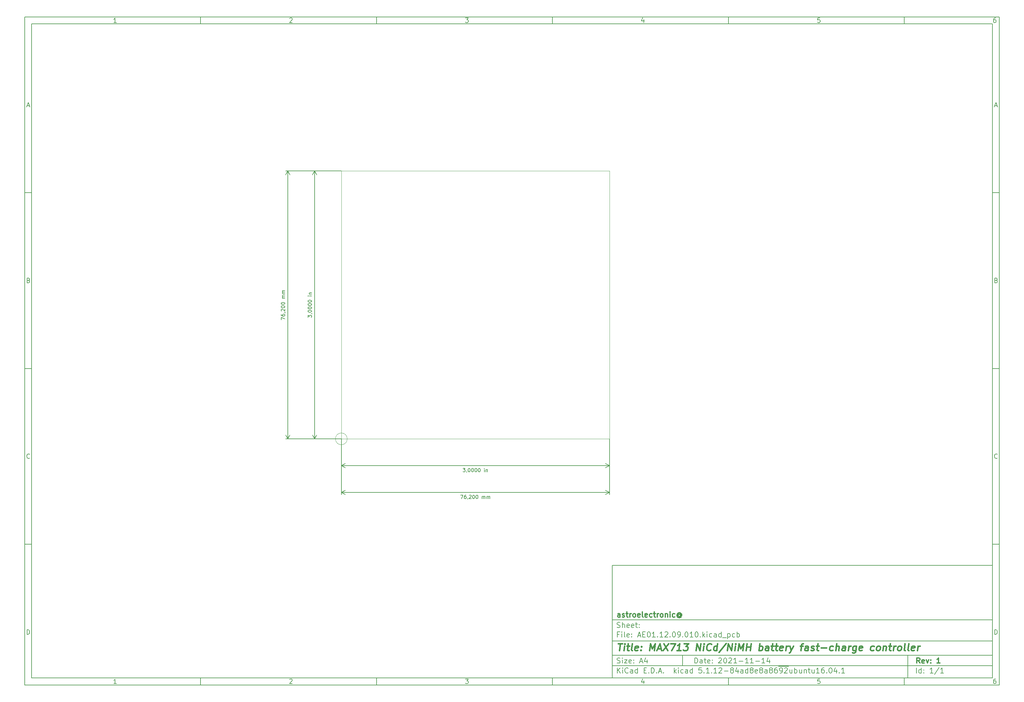
<source format=gbr>
%TF.GenerationSoftware,KiCad,Pcbnew,5.1.12-84ad8e8a86~92~ubuntu16.04.1*%
%TF.CreationDate,2021-11-14T14:14:53+01:00*%
%TF.ProjectId,AE01.12.09.010,41453031-2e31-4322-9e30-392e3031302e,1*%
%TF.SameCoordinates,Original*%
%TF.FileFunction,OtherDrawing,Comment*%
%FSLAX46Y46*%
G04 Gerber Fmt 4.6, Leading zero omitted, Abs format (unit mm)*
G04 Created by KiCad (PCBNEW 5.1.12-84ad8e8a86~92~ubuntu16.04.1) date 2021-11-14 14:14:53*
%MOMM*%
%LPD*%
G01*
G04 APERTURE LIST*
%ADD10C,0.100000*%
%ADD11C,0.150000*%
%ADD12C,0.300000*%
%ADD13C,0.400000*%
%TA.AperFunction,Profile*%
%ADD14C,0.050000*%
%TD*%
G04 APERTURE END LIST*
D10*
D11*
X177002200Y-166007200D02*
X177002200Y-198007200D01*
X285002200Y-198007200D01*
X285002200Y-166007200D01*
X177002200Y-166007200D01*
D10*
D11*
X10000000Y-10000000D02*
X10000000Y-200007200D01*
X287002200Y-200007200D01*
X287002200Y-10000000D01*
X10000000Y-10000000D01*
D10*
D11*
X12000000Y-12000000D02*
X12000000Y-198007200D01*
X285002200Y-198007200D01*
X285002200Y-12000000D01*
X12000000Y-12000000D01*
D10*
D11*
X60000000Y-12000000D02*
X60000000Y-10000000D01*
D10*
D11*
X110000000Y-12000000D02*
X110000000Y-10000000D01*
D10*
D11*
X160000000Y-12000000D02*
X160000000Y-10000000D01*
D10*
D11*
X210000000Y-12000000D02*
X210000000Y-10000000D01*
D10*
D11*
X260000000Y-12000000D02*
X260000000Y-10000000D01*
D10*
D11*
X36065476Y-11588095D02*
X35322619Y-11588095D01*
X35694047Y-11588095D02*
X35694047Y-10288095D01*
X35570238Y-10473809D01*
X35446428Y-10597619D01*
X35322619Y-10659523D01*
D10*
D11*
X85322619Y-10411904D02*
X85384523Y-10350000D01*
X85508333Y-10288095D01*
X85817857Y-10288095D01*
X85941666Y-10350000D01*
X86003571Y-10411904D01*
X86065476Y-10535714D01*
X86065476Y-10659523D01*
X86003571Y-10845238D01*
X85260714Y-11588095D01*
X86065476Y-11588095D01*
D10*
D11*
X135260714Y-10288095D02*
X136065476Y-10288095D01*
X135632142Y-10783333D01*
X135817857Y-10783333D01*
X135941666Y-10845238D01*
X136003571Y-10907142D01*
X136065476Y-11030952D01*
X136065476Y-11340476D01*
X136003571Y-11464285D01*
X135941666Y-11526190D01*
X135817857Y-11588095D01*
X135446428Y-11588095D01*
X135322619Y-11526190D01*
X135260714Y-11464285D01*
D10*
D11*
X185941666Y-10721428D02*
X185941666Y-11588095D01*
X185632142Y-10226190D02*
X185322619Y-11154761D01*
X186127380Y-11154761D01*
D10*
D11*
X236003571Y-10288095D02*
X235384523Y-10288095D01*
X235322619Y-10907142D01*
X235384523Y-10845238D01*
X235508333Y-10783333D01*
X235817857Y-10783333D01*
X235941666Y-10845238D01*
X236003571Y-10907142D01*
X236065476Y-11030952D01*
X236065476Y-11340476D01*
X236003571Y-11464285D01*
X235941666Y-11526190D01*
X235817857Y-11588095D01*
X235508333Y-11588095D01*
X235384523Y-11526190D01*
X235322619Y-11464285D01*
D10*
D11*
X285941666Y-10288095D02*
X285694047Y-10288095D01*
X285570238Y-10350000D01*
X285508333Y-10411904D01*
X285384523Y-10597619D01*
X285322619Y-10845238D01*
X285322619Y-11340476D01*
X285384523Y-11464285D01*
X285446428Y-11526190D01*
X285570238Y-11588095D01*
X285817857Y-11588095D01*
X285941666Y-11526190D01*
X286003571Y-11464285D01*
X286065476Y-11340476D01*
X286065476Y-11030952D01*
X286003571Y-10907142D01*
X285941666Y-10845238D01*
X285817857Y-10783333D01*
X285570238Y-10783333D01*
X285446428Y-10845238D01*
X285384523Y-10907142D01*
X285322619Y-11030952D01*
D10*
D11*
X60000000Y-198007200D02*
X60000000Y-200007200D01*
D10*
D11*
X110000000Y-198007200D02*
X110000000Y-200007200D01*
D10*
D11*
X160000000Y-198007200D02*
X160000000Y-200007200D01*
D10*
D11*
X210000000Y-198007200D02*
X210000000Y-200007200D01*
D10*
D11*
X260000000Y-198007200D02*
X260000000Y-200007200D01*
D10*
D11*
X36065476Y-199595295D02*
X35322619Y-199595295D01*
X35694047Y-199595295D02*
X35694047Y-198295295D01*
X35570238Y-198481009D01*
X35446428Y-198604819D01*
X35322619Y-198666723D01*
D10*
D11*
X85322619Y-198419104D02*
X85384523Y-198357200D01*
X85508333Y-198295295D01*
X85817857Y-198295295D01*
X85941666Y-198357200D01*
X86003571Y-198419104D01*
X86065476Y-198542914D01*
X86065476Y-198666723D01*
X86003571Y-198852438D01*
X85260714Y-199595295D01*
X86065476Y-199595295D01*
D10*
D11*
X135260714Y-198295295D02*
X136065476Y-198295295D01*
X135632142Y-198790533D01*
X135817857Y-198790533D01*
X135941666Y-198852438D01*
X136003571Y-198914342D01*
X136065476Y-199038152D01*
X136065476Y-199347676D01*
X136003571Y-199471485D01*
X135941666Y-199533390D01*
X135817857Y-199595295D01*
X135446428Y-199595295D01*
X135322619Y-199533390D01*
X135260714Y-199471485D01*
D10*
D11*
X185941666Y-198728628D02*
X185941666Y-199595295D01*
X185632142Y-198233390D02*
X185322619Y-199161961D01*
X186127380Y-199161961D01*
D10*
D11*
X236003571Y-198295295D02*
X235384523Y-198295295D01*
X235322619Y-198914342D01*
X235384523Y-198852438D01*
X235508333Y-198790533D01*
X235817857Y-198790533D01*
X235941666Y-198852438D01*
X236003571Y-198914342D01*
X236065476Y-199038152D01*
X236065476Y-199347676D01*
X236003571Y-199471485D01*
X235941666Y-199533390D01*
X235817857Y-199595295D01*
X235508333Y-199595295D01*
X235384523Y-199533390D01*
X235322619Y-199471485D01*
D10*
D11*
X285941666Y-198295295D02*
X285694047Y-198295295D01*
X285570238Y-198357200D01*
X285508333Y-198419104D01*
X285384523Y-198604819D01*
X285322619Y-198852438D01*
X285322619Y-199347676D01*
X285384523Y-199471485D01*
X285446428Y-199533390D01*
X285570238Y-199595295D01*
X285817857Y-199595295D01*
X285941666Y-199533390D01*
X286003571Y-199471485D01*
X286065476Y-199347676D01*
X286065476Y-199038152D01*
X286003571Y-198914342D01*
X285941666Y-198852438D01*
X285817857Y-198790533D01*
X285570238Y-198790533D01*
X285446428Y-198852438D01*
X285384523Y-198914342D01*
X285322619Y-199038152D01*
D10*
D11*
X10000000Y-60000000D02*
X12000000Y-60000000D01*
D10*
D11*
X10000000Y-110000000D02*
X12000000Y-110000000D01*
D10*
D11*
X10000000Y-160000000D02*
X12000000Y-160000000D01*
D10*
D11*
X10690476Y-35216666D02*
X11309523Y-35216666D01*
X10566666Y-35588095D02*
X11000000Y-34288095D01*
X11433333Y-35588095D01*
D10*
D11*
X11092857Y-84907142D02*
X11278571Y-84969047D01*
X11340476Y-85030952D01*
X11402380Y-85154761D01*
X11402380Y-85340476D01*
X11340476Y-85464285D01*
X11278571Y-85526190D01*
X11154761Y-85588095D01*
X10659523Y-85588095D01*
X10659523Y-84288095D01*
X11092857Y-84288095D01*
X11216666Y-84350000D01*
X11278571Y-84411904D01*
X11340476Y-84535714D01*
X11340476Y-84659523D01*
X11278571Y-84783333D01*
X11216666Y-84845238D01*
X11092857Y-84907142D01*
X10659523Y-84907142D01*
D10*
D11*
X11402380Y-135464285D02*
X11340476Y-135526190D01*
X11154761Y-135588095D01*
X11030952Y-135588095D01*
X10845238Y-135526190D01*
X10721428Y-135402380D01*
X10659523Y-135278571D01*
X10597619Y-135030952D01*
X10597619Y-134845238D01*
X10659523Y-134597619D01*
X10721428Y-134473809D01*
X10845238Y-134350000D01*
X11030952Y-134288095D01*
X11154761Y-134288095D01*
X11340476Y-134350000D01*
X11402380Y-134411904D01*
D10*
D11*
X10659523Y-185588095D02*
X10659523Y-184288095D01*
X10969047Y-184288095D01*
X11154761Y-184350000D01*
X11278571Y-184473809D01*
X11340476Y-184597619D01*
X11402380Y-184845238D01*
X11402380Y-185030952D01*
X11340476Y-185278571D01*
X11278571Y-185402380D01*
X11154761Y-185526190D01*
X10969047Y-185588095D01*
X10659523Y-185588095D01*
D10*
D11*
X287002200Y-60000000D02*
X285002200Y-60000000D01*
D10*
D11*
X287002200Y-110000000D02*
X285002200Y-110000000D01*
D10*
D11*
X287002200Y-160000000D02*
X285002200Y-160000000D01*
D10*
D11*
X285692676Y-35216666D02*
X286311723Y-35216666D01*
X285568866Y-35588095D02*
X286002200Y-34288095D01*
X286435533Y-35588095D01*
D10*
D11*
X286095057Y-84907142D02*
X286280771Y-84969047D01*
X286342676Y-85030952D01*
X286404580Y-85154761D01*
X286404580Y-85340476D01*
X286342676Y-85464285D01*
X286280771Y-85526190D01*
X286156961Y-85588095D01*
X285661723Y-85588095D01*
X285661723Y-84288095D01*
X286095057Y-84288095D01*
X286218866Y-84350000D01*
X286280771Y-84411904D01*
X286342676Y-84535714D01*
X286342676Y-84659523D01*
X286280771Y-84783333D01*
X286218866Y-84845238D01*
X286095057Y-84907142D01*
X285661723Y-84907142D01*
D10*
D11*
X286404580Y-135464285D02*
X286342676Y-135526190D01*
X286156961Y-135588095D01*
X286033152Y-135588095D01*
X285847438Y-135526190D01*
X285723628Y-135402380D01*
X285661723Y-135278571D01*
X285599819Y-135030952D01*
X285599819Y-134845238D01*
X285661723Y-134597619D01*
X285723628Y-134473809D01*
X285847438Y-134350000D01*
X286033152Y-134288095D01*
X286156961Y-134288095D01*
X286342676Y-134350000D01*
X286404580Y-134411904D01*
D10*
D11*
X285661723Y-185588095D02*
X285661723Y-184288095D01*
X285971247Y-184288095D01*
X286156961Y-184350000D01*
X286280771Y-184473809D01*
X286342676Y-184597619D01*
X286404580Y-184845238D01*
X286404580Y-185030952D01*
X286342676Y-185278571D01*
X286280771Y-185402380D01*
X286156961Y-185526190D01*
X285971247Y-185588095D01*
X285661723Y-185588095D01*
D10*
D11*
X200434342Y-193785771D02*
X200434342Y-192285771D01*
X200791485Y-192285771D01*
X201005771Y-192357200D01*
X201148628Y-192500057D01*
X201220057Y-192642914D01*
X201291485Y-192928628D01*
X201291485Y-193142914D01*
X201220057Y-193428628D01*
X201148628Y-193571485D01*
X201005771Y-193714342D01*
X200791485Y-193785771D01*
X200434342Y-193785771D01*
X202577200Y-193785771D02*
X202577200Y-193000057D01*
X202505771Y-192857200D01*
X202362914Y-192785771D01*
X202077200Y-192785771D01*
X201934342Y-192857200D01*
X202577200Y-193714342D02*
X202434342Y-193785771D01*
X202077200Y-193785771D01*
X201934342Y-193714342D01*
X201862914Y-193571485D01*
X201862914Y-193428628D01*
X201934342Y-193285771D01*
X202077200Y-193214342D01*
X202434342Y-193214342D01*
X202577200Y-193142914D01*
X203077200Y-192785771D02*
X203648628Y-192785771D01*
X203291485Y-192285771D02*
X203291485Y-193571485D01*
X203362914Y-193714342D01*
X203505771Y-193785771D01*
X203648628Y-193785771D01*
X204720057Y-193714342D02*
X204577200Y-193785771D01*
X204291485Y-193785771D01*
X204148628Y-193714342D01*
X204077200Y-193571485D01*
X204077200Y-193000057D01*
X204148628Y-192857200D01*
X204291485Y-192785771D01*
X204577200Y-192785771D01*
X204720057Y-192857200D01*
X204791485Y-193000057D01*
X204791485Y-193142914D01*
X204077200Y-193285771D01*
X205434342Y-193642914D02*
X205505771Y-193714342D01*
X205434342Y-193785771D01*
X205362914Y-193714342D01*
X205434342Y-193642914D01*
X205434342Y-193785771D01*
X205434342Y-192857200D02*
X205505771Y-192928628D01*
X205434342Y-193000057D01*
X205362914Y-192928628D01*
X205434342Y-192857200D01*
X205434342Y-193000057D01*
X207220057Y-192428628D02*
X207291485Y-192357200D01*
X207434342Y-192285771D01*
X207791485Y-192285771D01*
X207934342Y-192357200D01*
X208005771Y-192428628D01*
X208077200Y-192571485D01*
X208077200Y-192714342D01*
X208005771Y-192928628D01*
X207148628Y-193785771D01*
X208077200Y-193785771D01*
X209005771Y-192285771D02*
X209148628Y-192285771D01*
X209291485Y-192357200D01*
X209362914Y-192428628D01*
X209434342Y-192571485D01*
X209505771Y-192857200D01*
X209505771Y-193214342D01*
X209434342Y-193500057D01*
X209362914Y-193642914D01*
X209291485Y-193714342D01*
X209148628Y-193785771D01*
X209005771Y-193785771D01*
X208862914Y-193714342D01*
X208791485Y-193642914D01*
X208720057Y-193500057D01*
X208648628Y-193214342D01*
X208648628Y-192857200D01*
X208720057Y-192571485D01*
X208791485Y-192428628D01*
X208862914Y-192357200D01*
X209005771Y-192285771D01*
X210077200Y-192428628D02*
X210148628Y-192357200D01*
X210291485Y-192285771D01*
X210648628Y-192285771D01*
X210791485Y-192357200D01*
X210862914Y-192428628D01*
X210934342Y-192571485D01*
X210934342Y-192714342D01*
X210862914Y-192928628D01*
X210005771Y-193785771D01*
X210934342Y-193785771D01*
X212362914Y-193785771D02*
X211505771Y-193785771D01*
X211934342Y-193785771D02*
X211934342Y-192285771D01*
X211791485Y-192500057D01*
X211648628Y-192642914D01*
X211505771Y-192714342D01*
X213005771Y-193214342D02*
X214148628Y-193214342D01*
X215648628Y-193785771D02*
X214791485Y-193785771D01*
X215220057Y-193785771D02*
X215220057Y-192285771D01*
X215077200Y-192500057D01*
X214934342Y-192642914D01*
X214791485Y-192714342D01*
X217077200Y-193785771D02*
X216220057Y-193785771D01*
X216648628Y-193785771D02*
X216648628Y-192285771D01*
X216505771Y-192500057D01*
X216362914Y-192642914D01*
X216220057Y-192714342D01*
X217720057Y-193214342D02*
X218862914Y-193214342D01*
X220362914Y-193785771D02*
X219505771Y-193785771D01*
X219934342Y-193785771D02*
X219934342Y-192285771D01*
X219791485Y-192500057D01*
X219648628Y-192642914D01*
X219505771Y-192714342D01*
X221648628Y-192785771D02*
X221648628Y-193785771D01*
X221291485Y-192214342D02*
X220934342Y-193285771D01*
X221862914Y-193285771D01*
D10*
D11*
X177002200Y-194507200D02*
X285002200Y-194507200D01*
D10*
D11*
X178434342Y-196585771D02*
X178434342Y-195085771D01*
X179291485Y-196585771D02*
X178648628Y-195728628D01*
X179291485Y-195085771D02*
X178434342Y-195942914D01*
X179934342Y-196585771D02*
X179934342Y-195585771D01*
X179934342Y-195085771D02*
X179862914Y-195157200D01*
X179934342Y-195228628D01*
X180005771Y-195157200D01*
X179934342Y-195085771D01*
X179934342Y-195228628D01*
X181505771Y-196442914D02*
X181434342Y-196514342D01*
X181220057Y-196585771D01*
X181077200Y-196585771D01*
X180862914Y-196514342D01*
X180720057Y-196371485D01*
X180648628Y-196228628D01*
X180577200Y-195942914D01*
X180577200Y-195728628D01*
X180648628Y-195442914D01*
X180720057Y-195300057D01*
X180862914Y-195157200D01*
X181077200Y-195085771D01*
X181220057Y-195085771D01*
X181434342Y-195157200D01*
X181505771Y-195228628D01*
X182791485Y-196585771D02*
X182791485Y-195800057D01*
X182720057Y-195657200D01*
X182577200Y-195585771D01*
X182291485Y-195585771D01*
X182148628Y-195657200D01*
X182791485Y-196514342D02*
X182648628Y-196585771D01*
X182291485Y-196585771D01*
X182148628Y-196514342D01*
X182077200Y-196371485D01*
X182077200Y-196228628D01*
X182148628Y-196085771D01*
X182291485Y-196014342D01*
X182648628Y-196014342D01*
X182791485Y-195942914D01*
X184148628Y-196585771D02*
X184148628Y-195085771D01*
X184148628Y-196514342D02*
X184005771Y-196585771D01*
X183720057Y-196585771D01*
X183577200Y-196514342D01*
X183505771Y-196442914D01*
X183434342Y-196300057D01*
X183434342Y-195871485D01*
X183505771Y-195728628D01*
X183577200Y-195657200D01*
X183720057Y-195585771D01*
X184005771Y-195585771D01*
X184148628Y-195657200D01*
X186005771Y-195800057D02*
X186505771Y-195800057D01*
X186720057Y-196585771D02*
X186005771Y-196585771D01*
X186005771Y-195085771D01*
X186720057Y-195085771D01*
X187362914Y-196442914D02*
X187434342Y-196514342D01*
X187362914Y-196585771D01*
X187291485Y-196514342D01*
X187362914Y-196442914D01*
X187362914Y-196585771D01*
X188077200Y-196585771D02*
X188077200Y-195085771D01*
X188434342Y-195085771D01*
X188648628Y-195157200D01*
X188791485Y-195300057D01*
X188862914Y-195442914D01*
X188934342Y-195728628D01*
X188934342Y-195942914D01*
X188862914Y-196228628D01*
X188791485Y-196371485D01*
X188648628Y-196514342D01*
X188434342Y-196585771D01*
X188077200Y-196585771D01*
X189577200Y-196442914D02*
X189648628Y-196514342D01*
X189577200Y-196585771D01*
X189505771Y-196514342D01*
X189577200Y-196442914D01*
X189577200Y-196585771D01*
X190220057Y-196157200D02*
X190934342Y-196157200D01*
X190077200Y-196585771D02*
X190577200Y-195085771D01*
X191077200Y-196585771D01*
X191577200Y-196442914D02*
X191648628Y-196514342D01*
X191577200Y-196585771D01*
X191505771Y-196514342D01*
X191577200Y-196442914D01*
X191577200Y-196585771D01*
X194577200Y-196585771D02*
X194577200Y-195085771D01*
X194720057Y-196014342D02*
X195148628Y-196585771D01*
X195148628Y-195585771D02*
X194577200Y-196157200D01*
X195791485Y-196585771D02*
X195791485Y-195585771D01*
X195791485Y-195085771D02*
X195720057Y-195157200D01*
X195791485Y-195228628D01*
X195862914Y-195157200D01*
X195791485Y-195085771D01*
X195791485Y-195228628D01*
X197148628Y-196514342D02*
X197005771Y-196585771D01*
X196720057Y-196585771D01*
X196577200Y-196514342D01*
X196505771Y-196442914D01*
X196434342Y-196300057D01*
X196434342Y-195871485D01*
X196505771Y-195728628D01*
X196577200Y-195657200D01*
X196720057Y-195585771D01*
X197005771Y-195585771D01*
X197148628Y-195657200D01*
X198434342Y-196585771D02*
X198434342Y-195800057D01*
X198362914Y-195657200D01*
X198220057Y-195585771D01*
X197934342Y-195585771D01*
X197791485Y-195657200D01*
X198434342Y-196514342D02*
X198291485Y-196585771D01*
X197934342Y-196585771D01*
X197791485Y-196514342D01*
X197720057Y-196371485D01*
X197720057Y-196228628D01*
X197791485Y-196085771D01*
X197934342Y-196014342D01*
X198291485Y-196014342D01*
X198434342Y-195942914D01*
X199791485Y-196585771D02*
X199791485Y-195085771D01*
X199791485Y-196514342D02*
X199648628Y-196585771D01*
X199362914Y-196585771D01*
X199220057Y-196514342D01*
X199148628Y-196442914D01*
X199077200Y-196300057D01*
X199077200Y-195871485D01*
X199148628Y-195728628D01*
X199220057Y-195657200D01*
X199362914Y-195585771D01*
X199648628Y-195585771D01*
X199791485Y-195657200D01*
X202362914Y-195085771D02*
X201648628Y-195085771D01*
X201577200Y-195800057D01*
X201648628Y-195728628D01*
X201791485Y-195657200D01*
X202148628Y-195657200D01*
X202291485Y-195728628D01*
X202362914Y-195800057D01*
X202434342Y-195942914D01*
X202434342Y-196300057D01*
X202362914Y-196442914D01*
X202291485Y-196514342D01*
X202148628Y-196585771D01*
X201791485Y-196585771D01*
X201648628Y-196514342D01*
X201577200Y-196442914D01*
X203077200Y-196442914D02*
X203148628Y-196514342D01*
X203077200Y-196585771D01*
X203005771Y-196514342D01*
X203077200Y-196442914D01*
X203077200Y-196585771D01*
X204577200Y-196585771D02*
X203720057Y-196585771D01*
X204148628Y-196585771D02*
X204148628Y-195085771D01*
X204005771Y-195300057D01*
X203862914Y-195442914D01*
X203720057Y-195514342D01*
X205220057Y-196442914D02*
X205291485Y-196514342D01*
X205220057Y-196585771D01*
X205148628Y-196514342D01*
X205220057Y-196442914D01*
X205220057Y-196585771D01*
X206720057Y-196585771D02*
X205862914Y-196585771D01*
X206291485Y-196585771D02*
X206291485Y-195085771D01*
X206148628Y-195300057D01*
X206005771Y-195442914D01*
X205862914Y-195514342D01*
X207291485Y-195228628D02*
X207362914Y-195157200D01*
X207505771Y-195085771D01*
X207862914Y-195085771D01*
X208005771Y-195157200D01*
X208077200Y-195228628D01*
X208148628Y-195371485D01*
X208148628Y-195514342D01*
X208077200Y-195728628D01*
X207220057Y-196585771D01*
X208148628Y-196585771D01*
X208791485Y-196014342D02*
X209934342Y-196014342D01*
X210862914Y-195728628D02*
X210720057Y-195657200D01*
X210648628Y-195585771D01*
X210577200Y-195442914D01*
X210577200Y-195371485D01*
X210648628Y-195228628D01*
X210720057Y-195157200D01*
X210862914Y-195085771D01*
X211148628Y-195085771D01*
X211291485Y-195157200D01*
X211362914Y-195228628D01*
X211434342Y-195371485D01*
X211434342Y-195442914D01*
X211362914Y-195585771D01*
X211291485Y-195657200D01*
X211148628Y-195728628D01*
X210862914Y-195728628D01*
X210720057Y-195800057D01*
X210648628Y-195871485D01*
X210577200Y-196014342D01*
X210577200Y-196300057D01*
X210648628Y-196442914D01*
X210720057Y-196514342D01*
X210862914Y-196585771D01*
X211148628Y-196585771D01*
X211291485Y-196514342D01*
X211362914Y-196442914D01*
X211434342Y-196300057D01*
X211434342Y-196014342D01*
X211362914Y-195871485D01*
X211291485Y-195800057D01*
X211148628Y-195728628D01*
X212720057Y-195585771D02*
X212720057Y-196585771D01*
X212362914Y-195014342D02*
X212005771Y-196085771D01*
X212934342Y-196085771D01*
X214148628Y-196585771D02*
X214148628Y-195800057D01*
X214077200Y-195657200D01*
X213934342Y-195585771D01*
X213648628Y-195585771D01*
X213505771Y-195657200D01*
X214148628Y-196514342D02*
X214005771Y-196585771D01*
X213648628Y-196585771D01*
X213505771Y-196514342D01*
X213434342Y-196371485D01*
X213434342Y-196228628D01*
X213505771Y-196085771D01*
X213648628Y-196014342D01*
X214005771Y-196014342D01*
X214148628Y-195942914D01*
X215505771Y-196585771D02*
X215505771Y-195085771D01*
X215505771Y-196514342D02*
X215362914Y-196585771D01*
X215077200Y-196585771D01*
X214934342Y-196514342D01*
X214862914Y-196442914D01*
X214791485Y-196300057D01*
X214791485Y-195871485D01*
X214862914Y-195728628D01*
X214934342Y-195657200D01*
X215077200Y-195585771D01*
X215362914Y-195585771D01*
X215505771Y-195657200D01*
X216434342Y-195728628D02*
X216291485Y-195657200D01*
X216220057Y-195585771D01*
X216148628Y-195442914D01*
X216148628Y-195371485D01*
X216220057Y-195228628D01*
X216291485Y-195157200D01*
X216434342Y-195085771D01*
X216720057Y-195085771D01*
X216862914Y-195157200D01*
X216934342Y-195228628D01*
X217005771Y-195371485D01*
X217005771Y-195442914D01*
X216934342Y-195585771D01*
X216862914Y-195657200D01*
X216720057Y-195728628D01*
X216434342Y-195728628D01*
X216291485Y-195800057D01*
X216220057Y-195871485D01*
X216148628Y-196014342D01*
X216148628Y-196300057D01*
X216220057Y-196442914D01*
X216291485Y-196514342D01*
X216434342Y-196585771D01*
X216720057Y-196585771D01*
X216862914Y-196514342D01*
X216934342Y-196442914D01*
X217005771Y-196300057D01*
X217005771Y-196014342D01*
X216934342Y-195871485D01*
X216862914Y-195800057D01*
X216720057Y-195728628D01*
X218220057Y-196514342D02*
X218077200Y-196585771D01*
X217791485Y-196585771D01*
X217648628Y-196514342D01*
X217577200Y-196371485D01*
X217577200Y-195800057D01*
X217648628Y-195657200D01*
X217791485Y-195585771D01*
X218077200Y-195585771D01*
X218220057Y-195657200D01*
X218291485Y-195800057D01*
X218291485Y-195942914D01*
X217577200Y-196085771D01*
X219148628Y-195728628D02*
X219005771Y-195657200D01*
X218934342Y-195585771D01*
X218862914Y-195442914D01*
X218862914Y-195371485D01*
X218934342Y-195228628D01*
X219005771Y-195157200D01*
X219148628Y-195085771D01*
X219434342Y-195085771D01*
X219577200Y-195157200D01*
X219648628Y-195228628D01*
X219720057Y-195371485D01*
X219720057Y-195442914D01*
X219648628Y-195585771D01*
X219577200Y-195657200D01*
X219434342Y-195728628D01*
X219148628Y-195728628D01*
X219005771Y-195800057D01*
X218934342Y-195871485D01*
X218862914Y-196014342D01*
X218862914Y-196300057D01*
X218934342Y-196442914D01*
X219005771Y-196514342D01*
X219148628Y-196585771D01*
X219434342Y-196585771D01*
X219577200Y-196514342D01*
X219648628Y-196442914D01*
X219720057Y-196300057D01*
X219720057Y-196014342D01*
X219648628Y-195871485D01*
X219577200Y-195800057D01*
X219434342Y-195728628D01*
X221005771Y-196585771D02*
X221005771Y-195800057D01*
X220934342Y-195657200D01*
X220791485Y-195585771D01*
X220505771Y-195585771D01*
X220362914Y-195657200D01*
X221005771Y-196514342D02*
X220862914Y-196585771D01*
X220505771Y-196585771D01*
X220362914Y-196514342D01*
X220291485Y-196371485D01*
X220291485Y-196228628D01*
X220362914Y-196085771D01*
X220505771Y-196014342D01*
X220862914Y-196014342D01*
X221005771Y-195942914D01*
X221934342Y-195728628D02*
X221791485Y-195657200D01*
X221720057Y-195585771D01*
X221648628Y-195442914D01*
X221648628Y-195371485D01*
X221720057Y-195228628D01*
X221791485Y-195157200D01*
X221934342Y-195085771D01*
X222220057Y-195085771D01*
X222362914Y-195157200D01*
X222434342Y-195228628D01*
X222505771Y-195371485D01*
X222505771Y-195442914D01*
X222434342Y-195585771D01*
X222362914Y-195657200D01*
X222220057Y-195728628D01*
X221934342Y-195728628D01*
X221791485Y-195800057D01*
X221720057Y-195871485D01*
X221648628Y-196014342D01*
X221648628Y-196300057D01*
X221720057Y-196442914D01*
X221791485Y-196514342D01*
X221934342Y-196585771D01*
X222220057Y-196585771D01*
X222362914Y-196514342D01*
X222434342Y-196442914D01*
X222505771Y-196300057D01*
X222505771Y-196014342D01*
X222434342Y-195871485D01*
X222362914Y-195800057D01*
X222220057Y-195728628D01*
X223791485Y-195085771D02*
X223505771Y-195085771D01*
X223362914Y-195157200D01*
X223291485Y-195228628D01*
X223148628Y-195442914D01*
X223077200Y-195728628D01*
X223077200Y-196300057D01*
X223148628Y-196442914D01*
X223220057Y-196514342D01*
X223362914Y-196585771D01*
X223648628Y-196585771D01*
X223791485Y-196514342D01*
X223862914Y-196442914D01*
X223934342Y-196300057D01*
X223934342Y-195942914D01*
X223862914Y-195800057D01*
X223791485Y-195728628D01*
X223648628Y-195657200D01*
X223362914Y-195657200D01*
X223220057Y-195728628D01*
X223148628Y-195800057D01*
X223077200Y-195942914D01*
X224220057Y-194677200D02*
X225648628Y-194677200D01*
X224648628Y-196585771D02*
X224934342Y-196585771D01*
X225077200Y-196514342D01*
X225148628Y-196442914D01*
X225291485Y-196228628D01*
X225362914Y-195942914D01*
X225362914Y-195371485D01*
X225291485Y-195228628D01*
X225220057Y-195157200D01*
X225077200Y-195085771D01*
X224791485Y-195085771D01*
X224648628Y-195157200D01*
X224577200Y-195228628D01*
X224505771Y-195371485D01*
X224505771Y-195728628D01*
X224577200Y-195871485D01*
X224648628Y-195942914D01*
X224791485Y-196014342D01*
X225077200Y-196014342D01*
X225220057Y-195942914D01*
X225291485Y-195871485D01*
X225362914Y-195728628D01*
X225648628Y-194677200D02*
X227077199Y-194677200D01*
X225934342Y-195228628D02*
X226005771Y-195157200D01*
X226148628Y-195085771D01*
X226505771Y-195085771D01*
X226648628Y-195157200D01*
X226720057Y-195228628D01*
X226791485Y-195371485D01*
X226791485Y-195514342D01*
X226720057Y-195728628D01*
X225862914Y-196585771D01*
X226791485Y-196585771D01*
X228077199Y-195585771D02*
X228077199Y-196585771D01*
X227434342Y-195585771D02*
X227434342Y-196371485D01*
X227505771Y-196514342D01*
X227648628Y-196585771D01*
X227862914Y-196585771D01*
X228005771Y-196514342D01*
X228077199Y-196442914D01*
X228791485Y-196585771D02*
X228791485Y-195085771D01*
X228791485Y-195657200D02*
X228934342Y-195585771D01*
X229220057Y-195585771D01*
X229362914Y-195657200D01*
X229434342Y-195728628D01*
X229505771Y-195871485D01*
X229505771Y-196300057D01*
X229434342Y-196442914D01*
X229362914Y-196514342D01*
X229220057Y-196585771D01*
X228934342Y-196585771D01*
X228791485Y-196514342D01*
X230791485Y-195585771D02*
X230791485Y-196585771D01*
X230148628Y-195585771D02*
X230148628Y-196371485D01*
X230220057Y-196514342D01*
X230362914Y-196585771D01*
X230577199Y-196585771D01*
X230720057Y-196514342D01*
X230791485Y-196442914D01*
X231505771Y-195585771D02*
X231505771Y-196585771D01*
X231505771Y-195728628D02*
X231577199Y-195657200D01*
X231720057Y-195585771D01*
X231934342Y-195585771D01*
X232077199Y-195657200D01*
X232148628Y-195800057D01*
X232148628Y-196585771D01*
X232648628Y-195585771D02*
X233220057Y-195585771D01*
X232862914Y-195085771D02*
X232862914Y-196371485D01*
X232934342Y-196514342D01*
X233077200Y-196585771D01*
X233220057Y-196585771D01*
X234362914Y-195585771D02*
X234362914Y-196585771D01*
X233720057Y-195585771D02*
X233720057Y-196371485D01*
X233791485Y-196514342D01*
X233934342Y-196585771D01*
X234148628Y-196585771D01*
X234291485Y-196514342D01*
X234362914Y-196442914D01*
X235862914Y-196585771D02*
X235005771Y-196585771D01*
X235434342Y-196585771D02*
X235434342Y-195085771D01*
X235291485Y-195300057D01*
X235148628Y-195442914D01*
X235005771Y-195514342D01*
X237148628Y-195085771D02*
X236862914Y-195085771D01*
X236720057Y-195157200D01*
X236648628Y-195228628D01*
X236505771Y-195442914D01*
X236434342Y-195728628D01*
X236434342Y-196300057D01*
X236505771Y-196442914D01*
X236577199Y-196514342D01*
X236720057Y-196585771D01*
X237005771Y-196585771D01*
X237148628Y-196514342D01*
X237220057Y-196442914D01*
X237291485Y-196300057D01*
X237291485Y-195942914D01*
X237220057Y-195800057D01*
X237148628Y-195728628D01*
X237005771Y-195657200D01*
X236720057Y-195657200D01*
X236577199Y-195728628D01*
X236505771Y-195800057D01*
X236434342Y-195942914D01*
X237934342Y-196442914D02*
X238005771Y-196514342D01*
X237934342Y-196585771D01*
X237862914Y-196514342D01*
X237934342Y-196442914D01*
X237934342Y-196585771D01*
X238934342Y-195085771D02*
X239077199Y-195085771D01*
X239220057Y-195157200D01*
X239291485Y-195228628D01*
X239362914Y-195371485D01*
X239434342Y-195657200D01*
X239434342Y-196014342D01*
X239362914Y-196300057D01*
X239291485Y-196442914D01*
X239220057Y-196514342D01*
X239077199Y-196585771D01*
X238934342Y-196585771D01*
X238791485Y-196514342D01*
X238720057Y-196442914D01*
X238648628Y-196300057D01*
X238577199Y-196014342D01*
X238577199Y-195657200D01*
X238648628Y-195371485D01*
X238720057Y-195228628D01*
X238791485Y-195157200D01*
X238934342Y-195085771D01*
X240720057Y-195585771D02*
X240720057Y-196585771D01*
X240362914Y-195014342D02*
X240005771Y-196085771D01*
X240934342Y-196085771D01*
X241505771Y-196442914D02*
X241577199Y-196514342D01*
X241505771Y-196585771D01*
X241434342Y-196514342D01*
X241505771Y-196442914D01*
X241505771Y-196585771D01*
X243005771Y-196585771D02*
X242148628Y-196585771D01*
X242577199Y-196585771D02*
X242577199Y-195085771D01*
X242434342Y-195300057D01*
X242291485Y-195442914D01*
X242148628Y-195514342D01*
D10*
D11*
X177002200Y-191507200D02*
X285002200Y-191507200D01*
D10*
D12*
X264411485Y-193785771D02*
X263911485Y-193071485D01*
X263554342Y-193785771D02*
X263554342Y-192285771D01*
X264125771Y-192285771D01*
X264268628Y-192357200D01*
X264340057Y-192428628D01*
X264411485Y-192571485D01*
X264411485Y-192785771D01*
X264340057Y-192928628D01*
X264268628Y-193000057D01*
X264125771Y-193071485D01*
X263554342Y-193071485D01*
X265625771Y-193714342D02*
X265482914Y-193785771D01*
X265197200Y-193785771D01*
X265054342Y-193714342D01*
X264982914Y-193571485D01*
X264982914Y-193000057D01*
X265054342Y-192857200D01*
X265197200Y-192785771D01*
X265482914Y-192785771D01*
X265625771Y-192857200D01*
X265697200Y-193000057D01*
X265697200Y-193142914D01*
X264982914Y-193285771D01*
X266197200Y-192785771D02*
X266554342Y-193785771D01*
X266911485Y-192785771D01*
X267482914Y-193642914D02*
X267554342Y-193714342D01*
X267482914Y-193785771D01*
X267411485Y-193714342D01*
X267482914Y-193642914D01*
X267482914Y-193785771D01*
X267482914Y-192857200D02*
X267554342Y-192928628D01*
X267482914Y-193000057D01*
X267411485Y-192928628D01*
X267482914Y-192857200D01*
X267482914Y-193000057D01*
X270125771Y-193785771D02*
X269268628Y-193785771D01*
X269697200Y-193785771D02*
X269697200Y-192285771D01*
X269554342Y-192500057D01*
X269411485Y-192642914D01*
X269268628Y-192714342D01*
D10*
D11*
X178362914Y-193714342D02*
X178577200Y-193785771D01*
X178934342Y-193785771D01*
X179077200Y-193714342D01*
X179148628Y-193642914D01*
X179220057Y-193500057D01*
X179220057Y-193357200D01*
X179148628Y-193214342D01*
X179077200Y-193142914D01*
X178934342Y-193071485D01*
X178648628Y-193000057D01*
X178505771Y-192928628D01*
X178434342Y-192857200D01*
X178362914Y-192714342D01*
X178362914Y-192571485D01*
X178434342Y-192428628D01*
X178505771Y-192357200D01*
X178648628Y-192285771D01*
X179005771Y-192285771D01*
X179220057Y-192357200D01*
X179862914Y-193785771D02*
X179862914Y-192785771D01*
X179862914Y-192285771D02*
X179791485Y-192357200D01*
X179862914Y-192428628D01*
X179934342Y-192357200D01*
X179862914Y-192285771D01*
X179862914Y-192428628D01*
X180434342Y-192785771D02*
X181220057Y-192785771D01*
X180434342Y-193785771D01*
X181220057Y-193785771D01*
X182362914Y-193714342D02*
X182220057Y-193785771D01*
X181934342Y-193785771D01*
X181791485Y-193714342D01*
X181720057Y-193571485D01*
X181720057Y-193000057D01*
X181791485Y-192857200D01*
X181934342Y-192785771D01*
X182220057Y-192785771D01*
X182362914Y-192857200D01*
X182434342Y-193000057D01*
X182434342Y-193142914D01*
X181720057Y-193285771D01*
X183077200Y-193642914D02*
X183148628Y-193714342D01*
X183077200Y-193785771D01*
X183005771Y-193714342D01*
X183077200Y-193642914D01*
X183077200Y-193785771D01*
X183077200Y-192857200D02*
X183148628Y-192928628D01*
X183077200Y-193000057D01*
X183005771Y-192928628D01*
X183077200Y-192857200D01*
X183077200Y-193000057D01*
X184862914Y-193357200D02*
X185577200Y-193357200D01*
X184720057Y-193785771D02*
X185220057Y-192285771D01*
X185720057Y-193785771D01*
X186862914Y-192785771D02*
X186862914Y-193785771D01*
X186505771Y-192214342D02*
X186148628Y-193285771D01*
X187077200Y-193285771D01*
D10*
D11*
X263434342Y-196585771D02*
X263434342Y-195085771D01*
X264791485Y-196585771D02*
X264791485Y-195085771D01*
X264791485Y-196514342D02*
X264648628Y-196585771D01*
X264362914Y-196585771D01*
X264220057Y-196514342D01*
X264148628Y-196442914D01*
X264077200Y-196300057D01*
X264077200Y-195871485D01*
X264148628Y-195728628D01*
X264220057Y-195657200D01*
X264362914Y-195585771D01*
X264648628Y-195585771D01*
X264791485Y-195657200D01*
X265505771Y-196442914D02*
X265577200Y-196514342D01*
X265505771Y-196585771D01*
X265434342Y-196514342D01*
X265505771Y-196442914D01*
X265505771Y-196585771D01*
X265505771Y-195657200D02*
X265577200Y-195728628D01*
X265505771Y-195800057D01*
X265434342Y-195728628D01*
X265505771Y-195657200D01*
X265505771Y-195800057D01*
X268148628Y-196585771D02*
X267291485Y-196585771D01*
X267720057Y-196585771D02*
X267720057Y-195085771D01*
X267577200Y-195300057D01*
X267434342Y-195442914D01*
X267291485Y-195514342D01*
X269862914Y-195014342D02*
X268577200Y-196942914D01*
X271148628Y-196585771D02*
X270291485Y-196585771D01*
X270720057Y-196585771D02*
X270720057Y-195085771D01*
X270577200Y-195300057D01*
X270434342Y-195442914D01*
X270291485Y-195514342D01*
D10*
D11*
X177002200Y-187507200D02*
X285002200Y-187507200D01*
D10*
D13*
X178714580Y-188211961D02*
X179857438Y-188211961D01*
X179036009Y-190211961D02*
X179286009Y-188211961D01*
X180274104Y-190211961D02*
X180440771Y-188878628D01*
X180524104Y-188211961D02*
X180416961Y-188307200D01*
X180500295Y-188402438D01*
X180607438Y-188307200D01*
X180524104Y-188211961D01*
X180500295Y-188402438D01*
X181107438Y-188878628D02*
X181869342Y-188878628D01*
X181476485Y-188211961D02*
X181262200Y-189926247D01*
X181333628Y-190116723D01*
X181512200Y-190211961D01*
X181702676Y-190211961D01*
X182655057Y-190211961D02*
X182476485Y-190116723D01*
X182405057Y-189926247D01*
X182619342Y-188211961D01*
X184190771Y-190116723D02*
X183988390Y-190211961D01*
X183607438Y-190211961D01*
X183428866Y-190116723D01*
X183357438Y-189926247D01*
X183452676Y-189164342D01*
X183571723Y-188973866D01*
X183774104Y-188878628D01*
X184155057Y-188878628D01*
X184333628Y-188973866D01*
X184405057Y-189164342D01*
X184381247Y-189354819D01*
X183405057Y-189545295D01*
X185155057Y-190021485D02*
X185238390Y-190116723D01*
X185131247Y-190211961D01*
X185047914Y-190116723D01*
X185155057Y-190021485D01*
X185131247Y-190211961D01*
X185286009Y-188973866D02*
X185369342Y-189069104D01*
X185262200Y-189164342D01*
X185178866Y-189069104D01*
X185286009Y-188973866D01*
X185262200Y-189164342D01*
X187607438Y-190211961D02*
X187857438Y-188211961D01*
X188345533Y-189640533D01*
X189190771Y-188211961D01*
X188940771Y-190211961D01*
X189869342Y-189640533D02*
X190821723Y-189640533D01*
X189607438Y-190211961D02*
X190524104Y-188211961D01*
X190940771Y-190211961D01*
X191666961Y-188211961D02*
X192750295Y-190211961D01*
X193000295Y-188211961D02*
X191416961Y-190211961D01*
X193571723Y-188211961D02*
X194905057Y-188211961D01*
X193797914Y-190211961D01*
X196464580Y-190211961D02*
X195321723Y-190211961D01*
X195893152Y-190211961D02*
X196143152Y-188211961D01*
X195916961Y-188497676D01*
X195702676Y-188688152D01*
X195500295Y-188783390D01*
X197381247Y-188211961D02*
X198619342Y-188211961D01*
X197857438Y-188973866D01*
X198143152Y-188973866D01*
X198321723Y-189069104D01*
X198405057Y-189164342D01*
X198476485Y-189354819D01*
X198416961Y-189831009D01*
X198297914Y-190021485D01*
X198190771Y-190116723D01*
X197988390Y-190211961D01*
X197416961Y-190211961D01*
X197238390Y-190116723D01*
X197155057Y-190021485D01*
X200750295Y-190211961D02*
X201000295Y-188211961D01*
X201893152Y-190211961D01*
X202143152Y-188211961D01*
X202845533Y-190211961D02*
X203012200Y-188878628D01*
X203095533Y-188211961D02*
X202988390Y-188307200D01*
X203071723Y-188402438D01*
X203178866Y-188307200D01*
X203095533Y-188211961D01*
X203071723Y-188402438D01*
X204964580Y-190021485D02*
X204857438Y-190116723D01*
X204559819Y-190211961D01*
X204369342Y-190211961D01*
X204095533Y-190116723D01*
X203928866Y-189926247D01*
X203857438Y-189735771D01*
X203809819Y-189354819D01*
X203845533Y-189069104D01*
X203988390Y-188688152D01*
X204107438Y-188497676D01*
X204321723Y-188307200D01*
X204619342Y-188211961D01*
X204809819Y-188211961D01*
X205083628Y-188307200D01*
X205166961Y-188402438D01*
X206655057Y-190211961D02*
X206905057Y-188211961D01*
X206666961Y-190116723D02*
X206464580Y-190211961D01*
X206083628Y-190211961D01*
X205905057Y-190116723D01*
X205821723Y-190021485D01*
X205750295Y-189831009D01*
X205821723Y-189259580D01*
X205940771Y-189069104D01*
X206047914Y-188973866D01*
X206250295Y-188878628D01*
X206631247Y-188878628D01*
X206809819Y-188973866D01*
X209297914Y-188116723D02*
X207262200Y-190688152D01*
X209702676Y-190211961D02*
X209952676Y-188211961D01*
X210845533Y-190211961D01*
X211095533Y-188211961D01*
X211797914Y-190211961D02*
X211964580Y-188878628D01*
X212047914Y-188211961D02*
X211940771Y-188307200D01*
X212024104Y-188402438D01*
X212131247Y-188307200D01*
X212047914Y-188211961D01*
X212024104Y-188402438D01*
X212750295Y-190211961D02*
X213000295Y-188211961D01*
X213488390Y-189640533D01*
X214333628Y-188211961D01*
X214083628Y-190211961D01*
X215036009Y-190211961D02*
X215286009Y-188211961D01*
X215166961Y-189164342D02*
X216309819Y-189164342D01*
X216178866Y-190211961D02*
X216428866Y-188211961D01*
X218655057Y-190211961D02*
X218905057Y-188211961D01*
X218809819Y-188973866D02*
X219012200Y-188878628D01*
X219393152Y-188878628D01*
X219571723Y-188973866D01*
X219655057Y-189069104D01*
X219726485Y-189259580D01*
X219655057Y-189831009D01*
X219536009Y-190021485D01*
X219428866Y-190116723D01*
X219226485Y-190211961D01*
X218845533Y-190211961D01*
X218666961Y-190116723D01*
X221321723Y-190211961D02*
X221452676Y-189164342D01*
X221381247Y-188973866D01*
X221202676Y-188878628D01*
X220821723Y-188878628D01*
X220619342Y-188973866D01*
X221333628Y-190116723D02*
X221131247Y-190211961D01*
X220655057Y-190211961D01*
X220476485Y-190116723D01*
X220405057Y-189926247D01*
X220428866Y-189735771D01*
X220547914Y-189545295D01*
X220750295Y-189450057D01*
X221226485Y-189450057D01*
X221428866Y-189354819D01*
X222155057Y-188878628D02*
X222916961Y-188878628D01*
X222524104Y-188211961D02*
X222309819Y-189926247D01*
X222381247Y-190116723D01*
X222559819Y-190211961D01*
X222750295Y-190211961D01*
X223297914Y-188878628D02*
X224059819Y-188878628D01*
X223666961Y-188211961D02*
X223452676Y-189926247D01*
X223524104Y-190116723D01*
X223702676Y-190211961D01*
X223893152Y-190211961D01*
X225333628Y-190116723D02*
X225131247Y-190211961D01*
X224750295Y-190211961D01*
X224571723Y-190116723D01*
X224500295Y-189926247D01*
X224595533Y-189164342D01*
X224714580Y-188973866D01*
X224916961Y-188878628D01*
X225297914Y-188878628D01*
X225476485Y-188973866D01*
X225547914Y-189164342D01*
X225524104Y-189354819D01*
X224547914Y-189545295D01*
X226274104Y-190211961D02*
X226440771Y-188878628D01*
X226393152Y-189259580D02*
X226512200Y-189069104D01*
X226619342Y-188973866D01*
X226821723Y-188878628D01*
X227012199Y-188878628D01*
X227488390Y-188878628D02*
X227797914Y-190211961D01*
X228440771Y-188878628D02*
X227797914Y-190211961D01*
X227547914Y-190688152D01*
X227440771Y-190783390D01*
X227238390Y-190878628D01*
X230440771Y-188878628D02*
X231202676Y-188878628D01*
X230559819Y-190211961D02*
X230774104Y-188497676D01*
X230893152Y-188307200D01*
X231095533Y-188211961D01*
X231286009Y-188211961D01*
X232559819Y-190211961D02*
X232690771Y-189164342D01*
X232619342Y-188973866D01*
X232440771Y-188878628D01*
X232059819Y-188878628D01*
X231857438Y-188973866D01*
X232571723Y-190116723D02*
X232369342Y-190211961D01*
X231893152Y-190211961D01*
X231714580Y-190116723D01*
X231643152Y-189926247D01*
X231666961Y-189735771D01*
X231786009Y-189545295D01*
X231988390Y-189450057D01*
X232464580Y-189450057D01*
X232666961Y-189354819D01*
X233428866Y-190116723D02*
X233607438Y-190211961D01*
X233988390Y-190211961D01*
X234190771Y-190116723D01*
X234309819Y-189926247D01*
X234321723Y-189831009D01*
X234250295Y-189640533D01*
X234071723Y-189545295D01*
X233786009Y-189545295D01*
X233607438Y-189450057D01*
X233536009Y-189259580D01*
X233547914Y-189164342D01*
X233666961Y-188973866D01*
X233869342Y-188878628D01*
X234155057Y-188878628D01*
X234333628Y-188973866D01*
X235012199Y-188878628D02*
X235774104Y-188878628D01*
X235381247Y-188211961D02*
X235166961Y-189926247D01*
X235238390Y-190116723D01*
X235416961Y-190211961D01*
X235607438Y-190211961D01*
X236369342Y-189450057D02*
X237893152Y-189450057D01*
X239619342Y-190116723D02*
X239416961Y-190211961D01*
X239036009Y-190211961D01*
X238857438Y-190116723D01*
X238774104Y-190021485D01*
X238702676Y-189831009D01*
X238774104Y-189259580D01*
X238893152Y-189069104D01*
X239000295Y-188973866D01*
X239202676Y-188878628D01*
X239583628Y-188878628D01*
X239762199Y-188973866D01*
X240464580Y-190211961D02*
X240714580Y-188211961D01*
X241321723Y-190211961D02*
X241452676Y-189164342D01*
X241381247Y-188973866D01*
X241202676Y-188878628D01*
X240916961Y-188878628D01*
X240714580Y-188973866D01*
X240607438Y-189069104D01*
X243131247Y-190211961D02*
X243262199Y-189164342D01*
X243190771Y-188973866D01*
X243012199Y-188878628D01*
X242631247Y-188878628D01*
X242428866Y-188973866D01*
X243143152Y-190116723D02*
X242940771Y-190211961D01*
X242464580Y-190211961D01*
X242286009Y-190116723D01*
X242214580Y-189926247D01*
X242238390Y-189735771D01*
X242357438Y-189545295D01*
X242559819Y-189450057D01*
X243036009Y-189450057D01*
X243238390Y-189354819D01*
X244083628Y-190211961D02*
X244250295Y-188878628D01*
X244202676Y-189259580D02*
X244321723Y-189069104D01*
X244428866Y-188973866D01*
X244631247Y-188878628D01*
X244821723Y-188878628D01*
X246345533Y-188878628D02*
X246143152Y-190497676D01*
X246024104Y-190688152D01*
X245916961Y-190783390D01*
X245714580Y-190878628D01*
X245428866Y-190878628D01*
X245250295Y-190783390D01*
X246190771Y-190116723D02*
X245988390Y-190211961D01*
X245607438Y-190211961D01*
X245428866Y-190116723D01*
X245345533Y-190021485D01*
X245274104Y-189831009D01*
X245345533Y-189259580D01*
X245464580Y-189069104D01*
X245571723Y-188973866D01*
X245774104Y-188878628D01*
X246155057Y-188878628D01*
X246333628Y-188973866D01*
X247905057Y-190116723D02*
X247702676Y-190211961D01*
X247321723Y-190211961D01*
X247143152Y-190116723D01*
X247071723Y-189926247D01*
X247166961Y-189164342D01*
X247286009Y-188973866D01*
X247488390Y-188878628D01*
X247869342Y-188878628D01*
X248047914Y-188973866D01*
X248119342Y-189164342D01*
X248095533Y-189354819D01*
X247119342Y-189545295D01*
X251238390Y-190116723D02*
X251036009Y-190211961D01*
X250655057Y-190211961D01*
X250476485Y-190116723D01*
X250393152Y-190021485D01*
X250321723Y-189831009D01*
X250393152Y-189259580D01*
X250512200Y-189069104D01*
X250619342Y-188973866D01*
X250821723Y-188878628D01*
X251202676Y-188878628D01*
X251381247Y-188973866D01*
X252369342Y-190211961D02*
X252190771Y-190116723D01*
X252107438Y-190021485D01*
X252036009Y-189831009D01*
X252107438Y-189259580D01*
X252226485Y-189069104D01*
X252333628Y-188973866D01*
X252536009Y-188878628D01*
X252821723Y-188878628D01*
X253000295Y-188973866D01*
X253083628Y-189069104D01*
X253155057Y-189259580D01*
X253083628Y-189831009D01*
X252964580Y-190021485D01*
X252857438Y-190116723D01*
X252655057Y-190211961D01*
X252369342Y-190211961D01*
X254059819Y-188878628D02*
X253893152Y-190211961D01*
X254036009Y-189069104D02*
X254143152Y-188973866D01*
X254345533Y-188878628D01*
X254631247Y-188878628D01*
X254809819Y-188973866D01*
X254881247Y-189164342D01*
X254750295Y-190211961D01*
X255583628Y-188878628D02*
X256345533Y-188878628D01*
X255952676Y-188211961D02*
X255738390Y-189926247D01*
X255809819Y-190116723D01*
X255988390Y-190211961D01*
X256178866Y-190211961D01*
X256845533Y-190211961D02*
X257012200Y-188878628D01*
X256964580Y-189259580D02*
X257083628Y-189069104D01*
X257190771Y-188973866D01*
X257393152Y-188878628D01*
X257583628Y-188878628D01*
X258369342Y-190211961D02*
X258190771Y-190116723D01*
X258107438Y-190021485D01*
X258036009Y-189831009D01*
X258107438Y-189259580D01*
X258226485Y-189069104D01*
X258333628Y-188973866D01*
X258536009Y-188878628D01*
X258821723Y-188878628D01*
X259000295Y-188973866D01*
X259083628Y-189069104D01*
X259155057Y-189259580D01*
X259083628Y-189831009D01*
X258964580Y-190021485D01*
X258857438Y-190116723D01*
X258655057Y-190211961D01*
X258369342Y-190211961D01*
X260178866Y-190211961D02*
X260000295Y-190116723D01*
X259928866Y-189926247D01*
X260143152Y-188211961D01*
X261226485Y-190211961D02*
X261047914Y-190116723D01*
X260976485Y-189926247D01*
X261190771Y-188211961D01*
X262762199Y-190116723D02*
X262559819Y-190211961D01*
X262178866Y-190211961D01*
X262000295Y-190116723D01*
X261928866Y-189926247D01*
X262024104Y-189164342D01*
X262143152Y-188973866D01*
X262345533Y-188878628D01*
X262726485Y-188878628D01*
X262905057Y-188973866D01*
X262976485Y-189164342D01*
X262952676Y-189354819D01*
X261976485Y-189545295D01*
X263702676Y-190211961D02*
X263869342Y-188878628D01*
X263821723Y-189259580D02*
X263940771Y-189069104D01*
X264047914Y-188973866D01*
X264250295Y-188878628D01*
X264440771Y-188878628D01*
D10*
D11*
X178934342Y-185600057D02*
X178434342Y-185600057D01*
X178434342Y-186385771D02*
X178434342Y-184885771D01*
X179148628Y-184885771D01*
X179720057Y-186385771D02*
X179720057Y-185385771D01*
X179720057Y-184885771D02*
X179648628Y-184957200D01*
X179720057Y-185028628D01*
X179791485Y-184957200D01*
X179720057Y-184885771D01*
X179720057Y-185028628D01*
X180648628Y-186385771D02*
X180505771Y-186314342D01*
X180434342Y-186171485D01*
X180434342Y-184885771D01*
X181791485Y-186314342D02*
X181648628Y-186385771D01*
X181362914Y-186385771D01*
X181220057Y-186314342D01*
X181148628Y-186171485D01*
X181148628Y-185600057D01*
X181220057Y-185457200D01*
X181362914Y-185385771D01*
X181648628Y-185385771D01*
X181791485Y-185457200D01*
X181862914Y-185600057D01*
X181862914Y-185742914D01*
X181148628Y-185885771D01*
X182505771Y-186242914D02*
X182577200Y-186314342D01*
X182505771Y-186385771D01*
X182434342Y-186314342D01*
X182505771Y-186242914D01*
X182505771Y-186385771D01*
X182505771Y-185457200D02*
X182577200Y-185528628D01*
X182505771Y-185600057D01*
X182434342Y-185528628D01*
X182505771Y-185457200D01*
X182505771Y-185600057D01*
X184291485Y-185957200D02*
X185005771Y-185957200D01*
X184148628Y-186385771D02*
X184648628Y-184885771D01*
X185148628Y-186385771D01*
X185648628Y-185600057D02*
X186148628Y-185600057D01*
X186362914Y-186385771D02*
X185648628Y-186385771D01*
X185648628Y-184885771D01*
X186362914Y-184885771D01*
X187291485Y-184885771D02*
X187434342Y-184885771D01*
X187577200Y-184957200D01*
X187648628Y-185028628D01*
X187720057Y-185171485D01*
X187791485Y-185457200D01*
X187791485Y-185814342D01*
X187720057Y-186100057D01*
X187648628Y-186242914D01*
X187577200Y-186314342D01*
X187434342Y-186385771D01*
X187291485Y-186385771D01*
X187148628Y-186314342D01*
X187077200Y-186242914D01*
X187005771Y-186100057D01*
X186934342Y-185814342D01*
X186934342Y-185457200D01*
X187005771Y-185171485D01*
X187077200Y-185028628D01*
X187148628Y-184957200D01*
X187291485Y-184885771D01*
X189220057Y-186385771D02*
X188362914Y-186385771D01*
X188791485Y-186385771D02*
X188791485Y-184885771D01*
X188648628Y-185100057D01*
X188505771Y-185242914D01*
X188362914Y-185314342D01*
X189862914Y-186242914D02*
X189934342Y-186314342D01*
X189862914Y-186385771D01*
X189791485Y-186314342D01*
X189862914Y-186242914D01*
X189862914Y-186385771D01*
X191362914Y-186385771D02*
X190505771Y-186385771D01*
X190934342Y-186385771D02*
X190934342Y-184885771D01*
X190791485Y-185100057D01*
X190648628Y-185242914D01*
X190505771Y-185314342D01*
X191934342Y-185028628D02*
X192005771Y-184957200D01*
X192148628Y-184885771D01*
X192505771Y-184885771D01*
X192648628Y-184957200D01*
X192720057Y-185028628D01*
X192791485Y-185171485D01*
X192791485Y-185314342D01*
X192720057Y-185528628D01*
X191862914Y-186385771D01*
X192791485Y-186385771D01*
X193434342Y-186242914D02*
X193505771Y-186314342D01*
X193434342Y-186385771D01*
X193362914Y-186314342D01*
X193434342Y-186242914D01*
X193434342Y-186385771D01*
X194434342Y-184885771D02*
X194577200Y-184885771D01*
X194720057Y-184957200D01*
X194791485Y-185028628D01*
X194862914Y-185171485D01*
X194934342Y-185457200D01*
X194934342Y-185814342D01*
X194862914Y-186100057D01*
X194791485Y-186242914D01*
X194720057Y-186314342D01*
X194577200Y-186385771D01*
X194434342Y-186385771D01*
X194291485Y-186314342D01*
X194220057Y-186242914D01*
X194148628Y-186100057D01*
X194077200Y-185814342D01*
X194077200Y-185457200D01*
X194148628Y-185171485D01*
X194220057Y-185028628D01*
X194291485Y-184957200D01*
X194434342Y-184885771D01*
X195648628Y-186385771D02*
X195934342Y-186385771D01*
X196077200Y-186314342D01*
X196148628Y-186242914D01*
X196291485Y-186028628D01*
X196362914Y-185742914D01*
X196362914Y-185171485D01*
X196291485Y-185028628D01*
X196220057Y-184957200D01*
X196077200Y-184885771D01*
X195791485Y-184885771D01*
X195648628Y-184957200D01*
X195577200Y-185028628D01*
X195505771Y-185171485D01*
X195505771Y-185528628D01*
X195577200Y-185671485D01*
X195648628Y-185742914D01*
X195791485Y-185814342D01*
X196077200Y-185814342D01*
X196220057Y-185742914D01*
X196291485Y-185671485D01*
X196362914Y-185528628D01*
X197005771Y-186242914D02*
X197077200Y-186314342D01*
X197005771Y-186385771D01*
X196934342Y-186314342D01*
X197005771Y-186242914D01*
X197005771Y-186385771D01*
X198005771Y-184885771D02*
X198148628Y-184885771D01*
X198291485Y-184957200D01*
X198362914Y-185028628D01*
X198434342Y-185171485D01*
X198505771Y-185457200D01*
X198505771Y-185814342D01*
X198434342Y-186100057D01*
X198362914Y-186242914D01*
X198291485Y-186314342D01*
X198148628Y-186385771D01*
X198005771Y-186385771D01*
X197862914Y-186314342D01*
X197791485Y-186242914D01*
X197720057Y-186100057D01*
X197648628Y-185814342D01*
X197648628Y-185457200D01*
X197720057Y-185171485D01*
X197791485Y-185028628D01*
X197862914Y-184957200D01*
X198005771Y-184885771D01*
X199934342Y-186385771D02*
X199077200Y-186385771D01*
X199505771Y-186385771D02*
X199505771Y-184885771D01*
X199362914Y-185100057D01*
X199220057Y-185242914D01*
X199077200Y-185314342D01*
X200862914Y-184885771D02*
X201005771Y-184885771D01*
X201148628Y-184957200D01*
X201220057Y-185028628D01*
X201291485Y-185171485D01*
X201362914Y-185457200D01*
X201362914Y-185814342D01*
X201291485Y-186100057D01*
X201220057Y-186242914D01*
X201148628Y-186314342D01*
X201005771Y-186385771D01*
X200862914Y-186385771D01*
X200720057Y-186314342D01*
X200648628Y-186242914D01*
X200577200Y-186100057D01*
X200505771Y-185814342D01*
X200505771Y-185457200D01*
X200577200Y-185171485D01*
X200648628Y-185028628D01*
X200720057Y-184957200D01*
X200862914Y-184885771D01*
X202005771Y-186242914D02*
X202077200Y-186314342D01*
X202005771Y-186385771D01*
X201934342Y-186314342D01*
X202005771Y-186242914D01*
X202005771Y-186385771D01*
X202720057Y-186385771D02*
X202720057Y-184885771D01*
X202862914Y-185814342D02*
X203291485Y-186385771D01*
X203291485Y-185385771D02*
X202720057Y-185957200D01*
X203934342Y-186385771D02*
X203934342Y-185385771D01*
X203934342Y-184885771D02*
X203862914Y-184957200D01*
X203934342Y-185028628D01*
X204005771Y-184957200D01*
X203934342Y-184885771D01*
X203934342Y-185028628D01*
X205291485Y-186314342D02*
X205148628Y-186385771D01*
X204862914Y-186385771D01*
X204720057Y-186314342D01*
X204648628Y-186242914D01*
X204577200Y-186100057D01*
X204577200Y-185671485D01*
X204648628Y-185528628D01*
X204720057Y-185457200D01*
X204862914Y-185385771D01*
X205148628Y-185385771D01*
X205291485Y-185457200D01*
X206577200Y-186385771D02*
X206577200Y-185600057D01*
X206505771Y-185457200D01*
X206362914Y-185385771D01*
X206077200Y-185385771D01*
X205934342Y-185457200D01*
X206577200Y-186314342D02*
X206434342Y-186385771D01*
X206077200Y-186385771D01*
X205934342Y-186314342D01*
X205862914Y-186171485D01*
X205862914Y-186028628D01*
X205934342Y-185885771D01*
X206077200Y-185814342D01*
X206434342Y-185814342D01*
X206577200Y-185742914D01*
X207934342Y-186385771D02*
X207934342Y-184885771D01*
X207934342Y-186314342D02*
X207791485Y-186385771D01*
X207505771Y-186385771D01*
X207362914Y-186314342D01*
X207291485Y-186242914D01*
X207220057Y-186100057D01*
X207220057Y-185671485D01*
X207291485Y-185528628D01*
X207362914Y-185457200D01*
X207505771Y-185385771D01*
X207791485Y-185385771D01*
X207934342Y-185457200D01*
X208291485Y-186528628D02*
X209434342Y-186528628D01*
X209791485Y-185385771D02*
X209791485Y-186885771D01*
X209791485Y-185457200D02*
X209934342Y-185385771D01*
X210220057Y-185385771D01*
X210362914Y-185457200D01*
X210434342Y-185528628D01*
X210505771Y-185671485D01*
X210505771Y-186100057D01*
X210434342Y-186242914D01*
X210362914Y-186314342D01*
X210220057Y-186385771D01*
X209934342Y-186385771D01*
X209791485Y-186314342D01*
X211791485Y-186314342D02*
X211648628Y-186385771D01*
X211362914Y-186385771D01*
X211220057Y-186314342D01*
X211148628Y-186242914D01*
X211077200Y-186100057D01*
X211077200Y-185671485D01*
X211148628Y-185528628D01*
X211220057Y-185457200D01*
X211362914Y-185385771D01*
X211648628Y-185385771D01*
X211791485Y-185457200D01*
X212434342Y-186385771D02*
X212434342Y-184885771D01*
X212434342Y-185457200D02*
X212577200Y-185385771D01*
X212862914Y-185385771D01*
X213005771Y-185457200D01*
X213077200Y-185528628D01*
X213148628Y-185671485D01*
X213148628Y-186100057D01*
X213077200Y-186242914D01*
X213005771Y-186314342D01*
X212862914Y-186385771D01*
X212577200Y-186385771D01*
X212434342Y-186314342D01*
D10*
D11*
X177002200Y-181507200D02*
X285002200Y-181507200D01*
D10*
D11*
X178362914Y-183614342D02*
X178577200Y-183685771D01*
X178934342Y-183685771D01*
X179077200Y-183614342D01*
X179148628Y-183542914D01*
X179220057Y-183400057D01*
X179220057Y-183257200D01*
X179148628Y-183114342D01*
X179077200Y-183042914D01*
X178934342Y-182971485D01*
X178648628Y-182900057D01*
X178505771Y-182828628D01*
X178434342Y-182757200D01*
X178362914Y-182614342D01*
X178362914Y-182471485D01*
X178434342Y-182328628D01*
X178505771Y-182257200D01*
X178648628Y-182185771D01*
X179005771Y-182185771D01*
X179220057Y-182257200D01*
X179862914Y-183685771D02*
X179862914Y-182185771D01*
X180505771Y-183685771D02*
X180505771Y-182900057D01*
X180434342Y-182757200D01*
X180291485Y-182685771D01*
X180077200Y-182685771D01*
X179934342Y-182757200D01*
X179862914Y-182828628D01*
X181791485Y-183614342D02*
X181648628Y-183685771D01*
X181362914Y-183685771D01*
X181220057Y-183614342D01*
X181148628Y-183471485D01*
X181148628Y-182900057D01*
X181220057Y-182757200D01*
X181362914Y-182685771D01*
X181648628Y-182685771D01*
X181791485Y-182757200D01*
X181862914Y-182900057D01*
X181862914Y-183042914D01*
X181148628Y-183185771D01*
X183077200Y-183614342D02*
X182934342Y-183685771D01*
X182648628Y-183685771D01*
X182505771Y-183614342D01*
X182434342Y-183471485D01*
X182434342Y-182900057D01*
X182505771Y-182757200D01*
X182648628Y-182685771D01*
X182934342Y-182685771D01*
X183077200Y-182757200D01*
X183148628Y-182900057D01*
X183148628Y-183042914D01*
X182434342Y-183185771D01*
X183577200Y-182685771D02*
X184148628Y-182685771D01*
X183791485Y-182185771D02*
X183791485Y-183471485D01*
X183862914Y-183614342D01*
X184005771Y-183685771D01*
X184148628Y-183685771D01*
X184648628Y-183542914D02*
X184720057Y-183614342D01*
X184648628Y-183685771D01*
X184577200Y-183614342D01*
X184648628Y-183542914D01*
X184648628Y-183685771D01*
X184648628Y-182757200D02*
X184720057Y-182828628D01*
X184648628Y-182900057D01*
X184577200Y-182828628D01*
X184648628Y-182757200D01*
X184648628Y-182900057D01*
D10*
D12*
X179197200Y-180685771D02*
X179197200Y-179900057D01*
X179125771Y-179757200D01*
X178982914Y-179685771D01*
X178697200Y-179685771D01*
X178554342Y-179757200D01*
X179197200Y-180614342D02*
X179054342Y-180685771D01*
X178697200Y-180685771D01*
X178554342Y-180614342D01*
X178482914Y-180471485D01*
X178482914Y-180328628D01*
X178554342Y-180185771D01*
X178697200Y-180114342D01*
X179054342Y-180114342D01*
X179197200Y-180042914D01*
X179840057Y-180614342D02*
X179982914Y-180685771D01*
X180268628Y-180685771D01*
X180411485Y-180614342D01*
X180482914Y-180471485D01*
X180482914Y-180400057D01*
X180411485Y-180257200D01*
X180268628Y-180185771D01*
X180054342Y-180185771D01*
X179911485Y-180114342D01*
X179840057Y-179971485D01*
X179840057Y-179900057D01*
X179911485Y-179757200D01*
X180054342Y-179685771D01*
X180268628Y-179685771D01*
X180411485Y-179757200D01*
X180911485Y-179685771D02*
X181482914Y-179685771D01*
X181125771Y-179185771D02*
X181125771Y-180471485D01*
X181197200Y-180614342D01*
X181340057Y-180685771D01*
X181482914Y-180685771D01*
X181982914Y-180685771D02*
X181982914Y-179685771D01*
X181982914Y-179971485D02*
X182054342Y-179828628D01*
X182125771Y-179757200D01*
X182268628Y-179685771D01*
X182411485Y-179685771D01*
X183125771Y-180685771D02*
X182982914Y-180614342D01*
X182911485Y-180542914D01*
X182840057Y-180400057D01*
X182840057Y-179971485D01*
X182911485Y-179828628D01*
X182982914Y-179757200D01*
X183125771Y-179685771D01*
X183340057Y-179685771D01*
X183482914Y-179757200D01*
X183554342Y-179828628D01*
X183625771Y-179971485D01*
X183625771Y-180400057D01*
X183554342Y-180542914D01*
X183482914Y-180614342D01*
X183340057Y-180685771D01*
X183125771Y-180685771D01*
X184840057Y-180614342D02*
X184697200Y-180685771D01*
X184411485Y-180685771D01*
X184268628Y-180614342D01*
X184197200Y-180471485D01*
X184197200Y-179900057D01*
X184268628Y-179757200D01*
X184411485Y-179685771D01*
X184697200Y-179685771D01*
X184840057Y-179757200D01*
X184911485Y-179900057D01*
X184911485Y-180042914D01*
X184197200Y-180185771D01*
X185768628Y-180685771D02*
X185625771Y-180614342D01*
X185554342Y-180471485D01*
X185554342Y-179185771D01*
X186911485Y-180614342D02*
X186768628Y-180685771D01*
X186482914Y-180685771D01*
X186340057Y-180614342D01*
X186268628Y-180471485D01*
X186268628Y-179900057D01*
X186340057Y-179757200D01*
X186482914Y-179685771D01*
X186768628Y-179685771D01*
X186911485Y-179757200D01*
X186982914Y-179900057D01*
X186982914Y-180042914D01*
X186268628Y-180185771D01*
X188268628Y-180614342D02*
X188125771Y-180685771D01*
X187840057Y-180685771D01*
X187697200Y-180614342D01*
X187625771Y-180542914D01*
X187554342Y-180400057D01*
X187554342Y-179971485D01*
X187625771Y-179828628D01*
X187697200Y-179757200D01*
X187840057Y-179685771D01*
X188125771Y-179685771D01*
X188268628Y-179757200D01*
X188697200Y-179685771D02*
X189268628Y-179685771D01*
X188911485Y-179185771D02*
X188911485Y-180471485D01*
X188982914Y-180614342D01*
X189125771Y-180685771D01*
X189268628Y-180685771D01*
X189768628Y-180685771D02*
X189768628Y-179685771D01*
X189768628Y-179971485D02*
X189840057Y-179828628D01*
X189911485Y-179757200D01*
X190054342Y-179685771D01*
X190197200Y-179685771D01*
X190911485Y-180685771D02*
X190768628Y-180614342D01*
X190697200Y-180542914D01*
X190625771Y-180400057D01*
X190625771Y-179971485D01*
X190697200Y-179828628D01*
X190768628Y-179757200D01*
X190911485Y-179685771D01*
X191125771Y-179685771D01*
X191268628Y-179757200D01*
X191340057Y-179828628D01*
X191411485Y-179971485D01*
X191411485Y-180400057D01*
X191340057Y-180542914D01*
X191268628Y-180614342D01*
X191125771Y-180685771D01*
X190911485Y-180685771D01*
X192054342Y-179685771D02*
X192054342Y-180685771D01*
X192054342Y-179828628D02*
X192125771Y-179757200D01*
X192268628Y-179685771D01*
X192482914Y-179685771D01*
X192625771Y-179757200D01*
X192697200Y-179900057D01*
X192697200Y-180685771D01*
X193411485Y-180685771D02*
X193411485Y-179685771D01*
X193411485Y-179185771D02*
X193340057Y-179257200D01*
X193411485Y-179328628D01*
X193482914Y-179257200D01*
X193411485Y-179185771D01*
X193411485Y-179328628D01*
X194768628Y-180614342D02*
X194625771Y-180685771D01*
X194340057Y-180685771D01*
X194197200Y-180614342D01*
X194125771Y-180542914D01*
X194054342Y-180400057D01*
X194054342Y-179971485D01*
X194125771Y-179828628D01*
X194197200Y-179757200D01*
X194340057Y-179685771D01*
X194625771Y-179685771D01*
X194768628Y-179757200D01*
X196340057Y-179971485D02*
X196268628Y-179900057D01*
X196125771Y-179828628D01*
X195982914Y-179828628D01*
X195840057Y-179900057D01*
X195768628Y-179971485D01*
X195697200Y-180114342D01*
X195697200Y-180257200D01*
X195768628Y-180400057D01*
X195840057Y-180471485D01*
X195982914Y-180542914D01*
X196125771Y-180542914D01*
X196268628Y-180471485D01*
X196340057Y-180400057D01*
X196340057Y-179828628D02*
X196340057Y-180400057D01*
X196411485Y-180471485D01*
X196482914Y-180471485D01*
X196625771Y-180400057D01*
X196697200Y-180257200D01*
X196697200Y-179900057D01*
X196554342Y-179685771D01*
X196340057Y-179542914D01*
X196054342Y-179471485D01*
X195768628Y-179542914D01*
X195554342Y-179685771D01*
X195411485Y-179900057D01*
X195340057Y-180185771D01*
X195411485Y-180471485D01*
X195554342Y-180685771D01*
X195768628Y-180828628D01*
X196054342Y-180900057D01*
X196340057Y-180828628D01*
X196554342Y-180685771D01*
D10*
D11*
X197002200Y-191507200D02*
X197002200Y-194507200D01*
D10*
D11*
X261002200Y-191507200D02*
X261002200Y-198007200D01*
X134552380Y-138372380D02*
X135171428Y-138372380D01*
X134838095Y-138753333D01*
X134980952Y-138753333D01*
X135076190Y-138800952D01*
X135123809Y-138848571D01*
X135171428Y-138943809D01*
X135171428Y-139181904D01*
X135123809Y-139277142D01*
X135076190Y-139324761D01*
X134980952Y-139372380D01*
X134695238Y-139372380D01*
X134600000Y-139324761D01*
X134552380Y-139277142D01*
X135647619Y-139324761D02*
X135647619Y-139372380D01*
X135600000Y-139467619D01*
X135552380Y-139515238D01*
X136266666Y-138372380D02*
X136361904Y-138372380D01*
X136457142Y-138420000D01*
X136504761Y-138467619D01*
X136552380Y-138562857D01*
X136600000Y-138753333D01*
X136600000Y-138991428D01*
X136552380Y-139181904D01*
X136504761Y-139277142D01*
X136457142Y-139324761D01*
X136361904Y-139372380D01*
X136266666Y-139372380D01*
X136171428Y-139324761D01*
X136123809Y-139277142D01*
X136076190Y-139181904D01*
X136028571Y-138991428D01*
X136028571Y-138753333D01*
X136076190Y-138562857D01*
X136123809Y-138467619D01*
X136171428Y-138420000D01*
X136266666Y-138372380D01*
X137219047Y-138372380D02*
X137314285Y-138372380D01*
X137409523Y-138420000D01*
X137457142Y-138467619D01*
X137504761Y-138562857D01*
X137552380Y-138753333D01*
X137552380Y-138991428D01*
X137504761Y-139181904D01*
X137457142Y-139277142D01*
X137409523Y-139324761D01*
X137314285Y-139372380D01*
X137219047Y-139372380D01*
X137123809Y-139324761D01*
X137076190Y-139277142D01*
X137028571Y-139181904D01*
X136980952Y-138991428D01*
X136980952Y-138753333D01*
X137028571Y-138562857D01*
X137076190Y-138467619D01*
X137123809Y-138420000D01*
X137219047Y-138372380D01*
X138171428Y-138372380D02*
X138266666Y-138372380D01*
X138361904Y-138420000D01*
X138409523Y-138467619D01*
X138457142Y-138562857D01*
X138504761Y-138753333D01*
X138504761Y-138991428D01*
X138457142Y-139181904D01*
X138409523Y-139277142D01*
X138361904Y-139324761D01*
X138266666Y-139372380D01*
X138171428Y-139372380D01*
X138076190Y-139324761D01*
X138028571Y-139277142D01*
X137980952Y-139181904D01*
X137933333Y-138991428D01*
X137933333Y-138753333D01*
X137980952Y-138562857D01*
X138028571Y-138467619D01*
X138076190Y-138420000D01*
X138171428Y-138372380D01*
X139123809Y-138372380D02*
X139219047Y-138372380D01*
X139314285Y-138420000D01*
X139361904Y-138467619D01*
X139409523Y-138562857D01*
X139457142Y-138753333D01*
X139457142Y-138991428D01*
X139409523Y-139181904D01*
X139361904Y-139277142D01*
X139314285Y-139324761D01*
X139219047Y-139372380D01*
X139123809Y-139372380D01*
X139028571Y-139324761D01*
X138980952Y-139277142D01*
X138933333Y-139181904D01*
X138885714Y-138991428D01*
X138885714Y-138753333D01*
X138933333Y-138562857D01*
X138980952Y-138467619D01*
X139028571Y-138420000D01*
X139123809Y-138372380D01*
X140647619Y-139372380D02*
X140647619Y-138705714D01*
X140647619Y-138372380D02*
X140600000Y-138420000D01*
X140647619Y-138467619D01*
X140695238Y-138420000D01*
X140647619Y-138372380D01*
X140647619Y-138467619D01*
X141123809Y-138705714D02*
X141123809Y-139372380D01*
X141123809Y-138800952D02*
X141171428Y-138753333D01*
X141266666Y-138705714D01*
X141409523Y-138705714D01*
X141504761Y-138753333D01*
X141552380Y-138848571D01*
X141552380Y-139372380D01*
X100000000Y-137620000D02*
X176200000Y-137620000D01*
X100000000Y-130000000D02*
X100000000Y-138206421D01*
X176200000Y-130000000D02*
X176200000Y-138206421D01*
X176200000Y-137620000D02*
X175073496Y-138206421D01*
X176200000Y-137620000D02*
X175073496Y-137033579D01*
X100000000Y-137620000D02*
X101126504Y-138206421D01*
X100000000Y-137620000D02*
X101126504Y-137033579D01*
X90532380Y-95447619D02*
X90532380Y-94828571D01*
X90913333Y-95161904D01*
X90913333Y-95019047D01*
X90960952Y-94923809D01*
X91008571Y-94876190D01*
X91103809Y-94828571D01*
X91341904Y-94828571D01*
X91437142Y-94876190D01*
X91484761Y-94923809D01*
X91532380Y-95019047D01*
X91532380Y-95304761D01*
X91484761Y-95400000D01*
X91437142Y-95447619D01*
X91484761Y-94352380D02*
X91532380Y-94352380D01*
X91627619Y-94400000D01*
X91675238Y-94447619D01*
X90532380Y-93733333D02*
X90532380Y-93638095D01*
X90580000Y-93542857D01*
X90627619Y-93495238D01*
X90722857Y-93447619D01*
X90913333Y-93400000D01*
X91151428Y-93400000D01*
X91341904Y-93447619D01*
X91437142Y-93495238D01*
X91484761Y-93542857D01*
X91532380Y-93638095D01*
X91532380Y-93733333D01*
X91484761Y-93828571D01*
X91437142Y-93876190D01*
X91341904Y-93923809D01*
X91151428Y-93971428D01*
X90913333Y-93971428D01*
X90722857Y-93923809D01*
X90627619Y-93876190D01*
X90580000Y-93828571D01*
X90532380Y-93733333D01*
X90532380Y-92780952D02*
X90532380Y-92685714D01*
X90580000Y-92590476D01*
X90627619Y-92542857D01*
X90722857Y-92495238D01*
X90913333Y-92447619D01*
X91151428Y-92447619D01*
X91341904Y-92495238D01*
X91437142Y-92542857D01*
X91484761Y-92590476D01*
X91532380Y-92685714D01*
X91532380Y-92780952D01*
X91484761Y-92876190D01*
X91437142Y-92923809D01*
X91341904Y-92971428D01*
X91151428Y-93019047D01*
X90913333Y-93019047D01*
X90722857Y-92971428D01*
X90627619Y-92923809D01*
X90580000Y-92876190D01*
X90532380Y-92780952D01*
X90532380Y-91828571D02*
X90532380Y-91733333D01*
X90580000Y-91638095D01*
X90627619Y-91590476D01*
X90722857Y-91542857D01*
X90913333Y-91495238D01*
X91151428Y-91495238D01*
X91341904Y-91542857D01*
X91437142Y-91590476D01*
X91484761Y-91638095D01*
X91532380Y-91733333D01*
X91532380Y-91828571D01*
X91484761Y-91923809D01*
X91437142Y-91971428D01*
X91341904Y-92019047D01*
X91151428Y-92066666D01*
X90913333Y-92066666D01*
X90722857Y-92019047D01*
X90627619Y-91971428D01*
X90580000Y-91923809D01*
X90532380Y-91828571D01*
X90532380Y-90876190D02*
X90532380Y-90780952D01*
X90580000Y-90685714D01*
X90627619Y-90638095D01*
X90722857Y-90590476D01*
X90913333Y-90542857D01*
X91151428Y-90542857D01*
X91341904Y-90590476D01*
X91437142Y-90638095D01*
X91484761Y-90685714D01*
X91532380Y-90780952D01*
X91532380Y-90876190D01*
X91484761Y-90971428D01*
X91437142Y-91019047D01*
X91341904Y-91066666D01*
X91151428Y-91114285D01*
X90913333Y-91114285D01*
X90722857Y-91066666D01*
X90627619Y-91019047D01*
X90580000Y-90971428D01*
X90532380Y-90876190D01*
X91532380Y-89352380D02*
X90865714Y-89352380D01*
X90532380Y-89352380D02*
X90580000Y-89400000D01*
X90627619Y-89352380D01*
X90580000Y-89304761D01*
X90532380Y-89352380D01*
X90627619Y-89352380D01*
X90865714Y-88876190D02*
X91532380Y-88876190D01*
X90960952Y-88876190D02*
X90913333Y-88828571D01*
X90865714Y-88733333D01*
X90865714Y-88590476D01*
X90913333Y-88495238D01*
X91008571Y-88447619D01*
X91532380Y-88447619D01*
X92380000Y-130000000D02*
X92380000Y-53800000D01*
X100000000Y-130000000D02*
X91793579Y-130000000D01*
X100000000Y-53800000D02*
X91793579Y-53800000D01*
X92380000Y-53800000D02*
X92966421Y-54926504D01*
X92380000Y-53800000D02*
X91793579Y-54926504D01*
X92380000Y-130000000D02*
X92966421Y-128873496D01*
X92380000Y-130000000D02*
X91793579Y-128873496D01*
X82912380Y-96090476D02*
X82912380Y-95423809D01*
X83912380Y-95852380D01*
X82912380Y-94614285D02*
X82912380Y-94804761D01*
X82960000Y-94900000D01*
X83007619Y-94947619D01*
X83150476Y-95042857D01*
X83340952Y-95090476D01*
X83721904Y-95090476D01*
X83817142Y-95042857D01*
X83864761Y-94995238D01*
X83912380Y-94900000D01*
X83912380Y-94709523D01*
X83864761Y-94614285D01*
X83817142Y-94566666D01*
X83721904Y-94519047D01*
X83483809Y-94519047D01*
X83388571Y-94566666D01*
X83340952Y-94614285D01*
X83293333Y-94709523D01*
X83293333Y-94900000D01*
X83340952Y-94995238D01*
X83388571Y-95042857D01*
X83483809Y-95090476D01*
X83864761Y-94042857D02*
X83912380Y-94042857D01*
X84007619Y-94090476D01*
X84055238Y-94138095D01*
X83007619Y-93661904D02*
X82960000Y-93614285D01*
X82912380Y-93519047D01*
X82912380Y-93280952D01*
X82960000Y-93185714D01*
X83007619Y-93138095D01*
X83102857Y-93090476D01*
X83198095Y-93090476D01*
X83340952Y-93138095D01*
X83912380Y-93709523D01*
X83912380Y-93090476D01*
X82912380Y-92471428D02*
X82912380Y-92376190D01*
X82960000Y-92280952D01*
X83007619Y-92233333D01*
X83102857Y-92185714D01*
X83293333Y-92138095D01*
X83531428Y-92138095D01*
X83721904Y-92185714D01*
X83817142Y-92233333D01*
X83864761Y-92280952D01*
X83912380Y-92376190D01*
X83912380Y-92471428D01*
X83864761Y-92566666D01*
X83817142Y-92614285D01*
X83721904Y-92661904D01*
X83531428Y-92709523D01*
X83293333Y-92709523D01*
X83102857Y-92661904D01*
X83007619Y-92614285D01*
X82960000Y-92566666D01*
X82912380Y-92471428D01*
X82912380Y-91519047D02*
X82912380Y-91423809D01*
X82960000Y-91328571D01*
X83007619Y-91280952D01*
X83102857Y-91233333D01*
X83293333Y-91185714D01*
X83531428Y-91185714D01*
X83721904Y-91233333D01*
X83817142Y-91280952D01*
X83864761Y-91328571D01*
X83912380Y-91423809D01*
X83912380Y-91519047D01*
X83864761Y-91614285D01*
X83817142Y-91661904D01*
X83721904Y-91709523D01*
X83531428Y-91757142D01*
X83293333Y-91757142D01*
X83102857Y-91709523D01*
X83007619Y-91661904D01*
X82960000Y-91614285D01*
X82912380Y-91519047D01*
X83912380Y-89995238D02*
X83245714Y-89995238D01*
X83340952Y-89995238D02*
X83293333Y-89947619D01*
X83245714Y-89852380D01*
X83245714Y-89709523D01*
X83293333Y-89614285D01*
X83388571Y-89566666D01*
X83912380Y-89566666D01*
X83388571Y-89566666D02*
X83293333Y-89519047D01*
X83245714Y-89423809D01*
X83245714Y-89280952D01*
X83293333Y-89185714D01*
X83388571Y-89138095D01*
X83912380Y-89138095D01*
X83912380Y-88661904D02*
X83245714Y-88661904D01*
X83340952Y-88661904D02*
X83293333Y-88614285D01*
X83245714Y-88519047D01*
X83245714Y-88376190D01*
X83293333Y-88280952D01*
X83388571Y-88233333D01*
X83912380Y-88233333D01*
X83388571Y-88233333D02*
X83293333Y-88185714D01*
X83245714Y-88090476D01*
X83245714Y-87947619D01*
X83293333Y-87852380D01*
X83388571Y-87804761D01*
X83912380Y-87804761D01*
X84760000Y-130000000D02*
X84760000Y-53800000D01*
X100000000Y-130000000D02*
X84173579Y-130000000D01*
X100000000Y-53800000D02*
X84173579Y-53800000D01*
X84760000Y-53800000D02*
X85346421Y-54926504D01*
X84760000Y-53800000D02*
X84173579Y-54926504D01*
X84760000Y-130000000D02*
X85346421Y-128873496D01*
X84760000Y-130000000D02*
X84173579Y-128873496D01*
X133909523Y-145992380D02*
X134576190Y-145992380D01*
X134147619Y-146992380D01*
X135385714Y-145992380D02*
X135195238Y-145992380D01*
X135100000Y-146040000D01*
X135052380Y-146087619D01*
X134957142Y-146230476D01*
X134909523Y-146420952D01*
X134909523Y-146801904D01*
X134957142Y-146897142D01*
X135004761Y-146944761D01*
X135100000Y-146992380D01*
X135290476Y-146992380D01*
X135385714Y-146944761D01*
X135433333Y-146897142D01*
X135480952Y-146801904D01*
X135480952Y-146563809D01*
X135433333Y-146468571D01*
X135385714Y-146420952D01*
X135290476Y-146373333D01*
X135100000Y-146373333D01*
X135004761Y-146420952D01*
X134957142Y-146468571D01*
X134909523Y-146563809D01*
X135957142Y-146944761D02*
X135957142Y-146992380D01*
X135909523Y-147087619D01*
X135861904Y-147135238D01*
X136338095Y-146087619D02*
X136385714Y-146040000D01*
X136480952Y-145992380D01*
X136719047Y-145992380D01*
X136814285Y-146040000D01*
X136861904Y-146087619D01*
X136909523Y-146182857D01*
X136909523Y-146278095D01*
X136861904Y-146420952D01*
X136290476Y-146992380D01*
X136909523Y-146992380D01*
X137528571Y-145992380D02*
X137623809Y-145992380D01*
X137719047Y-146040000D01*
X137766666Y-146087619D01*
X137814285Y-146182857D01*
X137861904Y-146373333D01*
X137861904Y-146611428D01*
X137814285Y-146801904D01*
X137766666Y-146897142D01*
X137719047Y-146944761D01*
X137623809Y-146992380D01*
X137528571Y-146992380D01*
X137433333Y-146944761D01*
X137385714Y-146897142D01*
X137338095Y-146801904D01*
X137290476Y-146611428D01*
X137290476Y-146373333D01*
X137338095Y-146182857D01*
X137385714Y-146087619D01*
X137433333Y-146040000D01*
X137528571Y-145992380D01*
X138480952Y-145992380D02*
X138576190Y-145992380D01*
X138671428Y-146040000D01*
X138719047Y-146087619D01*
X138766666Y-146182857D01*
X138814285Y-146373333D01*
X138814285Y-146611428D01*
X138766666Y-146801904D01*
X138719047Y-146897142D01*
X138671428Y-146944761D01*
X138576190Y-146992380D01*
X138480952Y-146992380D01*
X138385714Y-146944761D01*
X138338095Y-146897142D01*
X138290476Y-146801904D01*
X138242857Y-146611428D01*
X138242857Y-146373333D01*
X138290476Y-146182857D01*
X138338095Y-146087619D01*
X138385714Y-146040000D01*
X138480952Y-145992380D01*
X140004761Y-146992380D02*
X140004761Y-146325714D01*
X140004761Y-146420952D02*
X140052380Y-146373333D01*
X140147619Y-146325714D01*
X140290476Y-146325714D01*
X140385714Y-146373333D01*
X140433333Y-146468571D01*
X140433333Y-146992380D01*
X140433333Y-146468571D02*
X140480952Y-146373333D01*
X140576190Y-146325714D01*
X140719047Y-146325714D01*
X140814285Y-146373333D01*
X140861904Y-146468571D01*
X140861904Y-146992380D01*
X141338095Y-146992380D02*
X141338095Y-146325714D01*
X141338095Y-146420952D02*
X141385714Y-146373333D01*
X141480952Y-146325714D01*
X141623809Y-146325714D01*
X141719047Y-146373333D01*
X141766666Y-146468571D01*
X141766666Y-146992380D01*
X141766666Y-146468571D02*
X141814285Y-146373333D01*
X141909523Y-146325714D01*
X142052380Y-146325714D01*
X142147619Y-146373333D01*
X142195238Y-146468571D01*
X142195238Y-146992380D01*
X100000000Y-145240000D02*
X176200000Y-145240000D01*
X100000000Y-130000000D02*
X100000000Y-145826421D01*
X176200000Y-130000000D02*
X176200000Y-145826421D01*
X176200000Y-145240000D02*
X175073496Y-145826421D01*
X176200000Y-145240000D02*
X175073496Y-144653579D01*
X100000000Y-145240000D02*
X101126504Y-145826421D01*
X100000000Y-145240000D02*
X101126504Y-144653579D01*
D14*
X101666666Y-130000000D02*
G75*
G03*
X101666666Y-130000000I-1666666J0D01*
G01*
X97500000Y-130000000D02*
X102500000Y-130000000D01*
X100000000Y-127500000D02*
X100000000Y-132500000D01*
X100000000Y-53800000D02*
X100000000Y-130000000D01*
X176200000Y-53800000D02*
X100000000Y-53800000D01*
X176200000Y-130000000D02*
X176200000Y-53800000D01*
X100000000Y-130000000D02*
X176200000Y-130000000D01*
M02*

</source>
